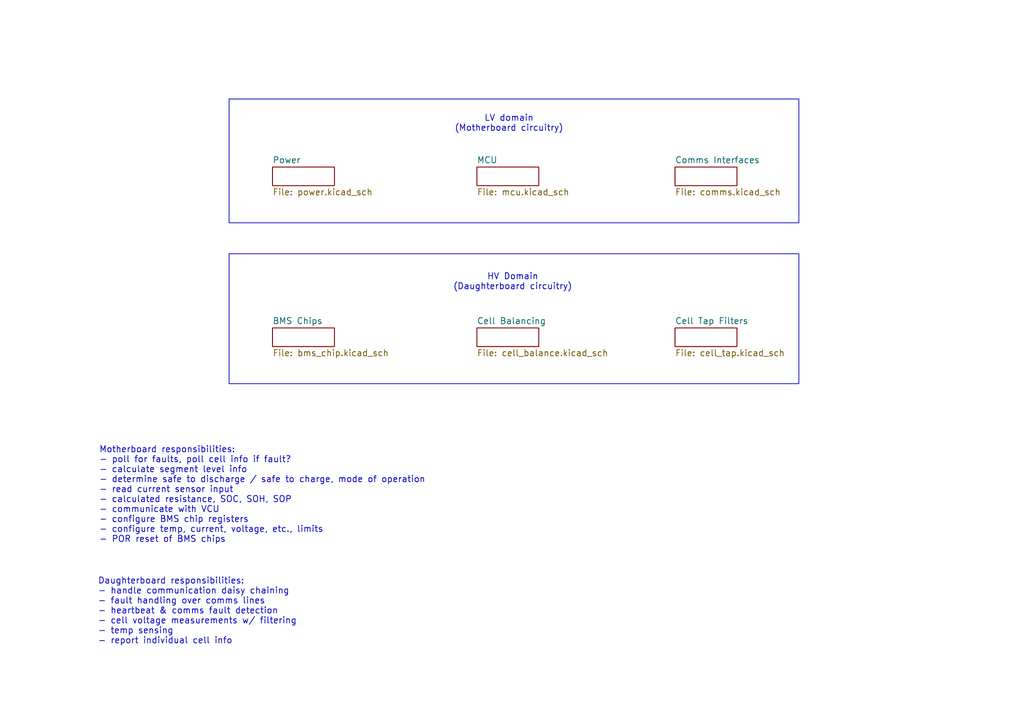
<source format=kicad_sch>
(kicad_sch
	(version 20250114)
	(generator "eeschema")
	(generator_version "9.0")
	(uuid "570d6d9c-ebf5-4f83-96f6-d3309a3e637d")
	(paper "A5")
	(lib_symbols)
	(rectangle
		(start 46.99 52.07)
		(end 163.83 78.74)
		(stroke
			(width 0)
			(type default)
		)
		(fill
			(type none)
		)
		(uuid 0ad9a23d-efe9-4418-b19a-c65c1c26fef3)
	)
	(rectangle
		(start 46.99 20.32)
		(end 163.83 45.72)
		(stroke
			(width 0)
			(type default)
		)
		(fill
			(type none)
		)
		(uuid 42edc80b-2a4e-449b-b871-0004848182de)
	)
	(text "HV Domain\n(Daughterboard circuitry)"
		(exclude_from_sim no)
		(at 105.156 57.912 0)
		(effects
			(font
				(size 1.27 1.27)
			)
		)
		(uuid "27534320-7cdb-45ad-a838-34fc6f89895d")
	)
	(text "Daughterboard responsibilities:\n- handle communication daisy chaining\n- fault handling over comms lines\n- heartbeat & comms fault detection\n- cell voltage measurements w/ filtering\n- temp sensing\n- report individual cell info"
		(exclude_from_sim no)
		(at 20.066 125.476 0)
		(effects
			(font
				(size 1.27 1.27)
			)
			(justify left)
		)
		(uuid "5ca94b32-b1fb-4efd-8897-b2ec6c7ce8da")
	)
	(text "Motherboard responsibilities:\n- poll for faults, poll cell info if fault?\n- calculate segment level info\n- determine safe to discharge / safe to charge, mode of operation\n- read current sensor input\n- calculated resistance, SOC, SOH, SOP\n- communicate with VCU\n- configure BMS chip registers\n- configure temp, current, voltage, etc., limits\n- POR reset of BMS chips"
		(exclude_from_sim no)
		(at 20.32 101.6 0)
		(effects
			(font
				(size 1.27 1.27)
			)
			(justify left)
		)
		(uuid "adc986e1-49bf-450f-bd12-7eb4e27c5a8e")
	)
	(text "LV domain\n(Motherboard circuitry)"
		(exclude_from_sim no)
		(at 104.394 25.4 0)
		(effects
			(font
				(size 1.27 1.27)
			)
		)
		(uuid "ce9f49ff-1c30-4b55-8f1c-856acc406b45")
	)
	(sheet
		(at 138.43 34.29)
		(size 12.7 3.81)
		(exclude_from_sim no)
		(in_bom yes)
		(on_board yes)
		(dnp no)
		(fields_autoplaced yes)
		(stroke
			(width 0.1524)
			(type solid)
		)
		(fill
			(color 0 0 0 0.0000)
		)
		(uuid "1cccc059-0a92-4ce8-a103-c4b369835867")
		(property "Sheetname" "Comms Interfaces"
			(at 138.43 33.5784 0)
			(effects
				(font
					(size 1.27 1.27)
				)
				(justify left bottom)
			)
		)
		(property "Sheetfile" "comms.kicad_sch"
			(at 138.43 38.6846 0)
			(effects
				(font
					(size 1.27 1.27)
				)
				(justify left top)
			)
		)
		(instances
			(project "Custom_BMS"
				(path "/570d6d9c-ebf5-4f83-96f6-d3309a3e637d"
					(page "6")
				)
			)
		)
	)
	(sheet
		(at 97.79 34.29)
		(size 12.7 3.81)
		(exclude_from_sim no)
		(in_bom yes)
		(on_board yes)
		(dnp no)
		(fields_autoplaced yes)
		(stroke
			(width 0.1524)
			(type solid)
		)
		(fill
			(color 0 0 0 0.0000)
		)
		(uuid "4346a30a-37d6-4835-9af2-035eae8e4fc9")
		(property "Sheetname" "MCU"
			(at 97.79 33.5784 0)
			(effects
				(font
					(size 1.27 1.27)
				)
				(justify left bottom)
			)
		)
		(property "Sheetfile" "mcu.kicad_sch"
			(at 97.79 38.6846 0)
			(effects
				(font
					(size 1.27 1.27)
				)
				(justify left top)
			)
		)
		(instances
			(project "Custom_BMS"
				(path "/570d6d9c-ebf5-4f83-96f6-d3309a3e637d"
					(page "5")
				)
			)
		)
	)
	(sheet
		(at 55.88 67.31)
		(size 12.7 3.81)
		(exclude_from_sim no)
		(in_bom yes)
		(on_board yes)
		(dnp no)
		(fields_autoplaced yes)
		(stroke
			(width 0.1524)
			(type solid)
		)
		(fill
			(color 0 0 0 0.0000)
		)
		(uuid "730c9124-1e05-4e73-95cf-1be5bb1149a5")
		(property "Sheetname" "BMS Chips"
			(at 55.88 66.5984 0)
			(effects
				(font
					(size 1.27 1.27)
				)
				(justify left bottom)
			)
		)
		(property "Sheetfile" "bms_chip.kicad_sch"
			(at 55.88 71.7046 0)
			(effects
				(font
					(size 1.27 1.27)
				)
				(justify left top)
			)
		)
		(property "Field2" ""
			(at 55.88 67.31 0)
			(effects
				(font
					(size 1.27 1.27)
				)
			)
		)
		(instances
			(project "Custom_BMS"
				(path "/570d6d9c-ebf5-4f83-96f6-d3309a3e637d"
					(page "2")
				)
			)
		)
	)
	(sheet
		(at 138.43 67.31)
		(size 12.7 3.81)
		(exclude_from_sim no)
		(in_bom yes)
		(on_board yes)
		(dnp no)
		(fields_autoplaced yes)
		(stroke
			(width 0.1524)
			(type solid)
		)
		(fill
			(color 0 0 0 0.0000)
		)
		(uuid "79608325-127c-4680-902d-ec74fc3ac03d")
		(property "Sheetname" "Cell Tap Filters"
			(at 138.43 66.5984 0)
			(effects
				(font
					(size 1.27 1.27)
				)
				(justify left bottom)
			)
		)
		(property "Sheetfile" "cell_tap.kicad_sch"
			(at 138.43 71.7046 0)
			(effects
				(font
					(size 1.27 1.27)
				)
				(justify left top)
			)
		)
		(instances
			(project "Custom_BMS"
				(path "/570d6d9c-ebf5-4f83-96f6-d3309a3e637d"
					(page "4")
				)
			)
		)
	)
	(sheet
		(at 55.88 34.29)
		(size 12.7 3.81)
		(exclude_from_sim no)
		(in_bom yes)
		(on_board yes)
		(dnp no)
		(fields_autoplaced yes)
		(stroke
			(width 0.1524)
			(type solid)
		)
		(fill
			(color 0 0 0 0.0000)
		)
		(uuid "ac1bd3bc-1261-453f-909d-f00789f9c421")
		(property "Sheetname" "Power"
			(at 55.88 33.5784 0)
			(effects
				(font
					(size 1.27 1.27)
				)
				(justify left bottom)
			)
		)
		(property "Sheetfile" "power.kicad_sch"
			(at 55.88 38.6846 0)
			(effects
				(font
					(size 1.27 1.27)
				)
				(justify left top)
			)
		)
		(instances
			(project "Custom_BMS"
				(path "/570d6d9c-ebf5-4f83-96f6-d3309a3e637d"
					(page "7")
				)
			)
		)
	)
	(sheet
		(at 97.79 67.31)
		(size 12.7 3.81)
		(exclude_from_sim no)
		(in_bom yes)
		(on_board yes)
		(dnp no)
		(fields_autoplaced yes)
		(stroke
			(width 0.1524)
			(type solid)
		)
		(fill
			(color 0 0 0 0.0000)
		)
		(uuid "e94a219a-300a-4436-8821-3bf884f472d1")
		(property "Sheetname" "Cell Balancing"
			(at 97.79 66.5984 0)
			(effects
				(font
					(size 1.27 1.27)
				)
				(justify left bottom)
			)
		)
		(property "Sheetfile" "cell_balance.kicad_sch"
			(at 97.79 71.7046 0)
			(effects
				(font
					(size 1.27 1.27)
				)
				(justify left top)
			)
		)
		(instances
			(project "Custom_BMS"
				(path "/570d6d9c-ebf5-4f83-96f6-d3309a3e637d"
					(page "4")
				)
			)
		)
	)
	(sheet_instances
		(path "/"
			(page "1")
		)
	)
	(embedded_fonts no)
)

</source>
